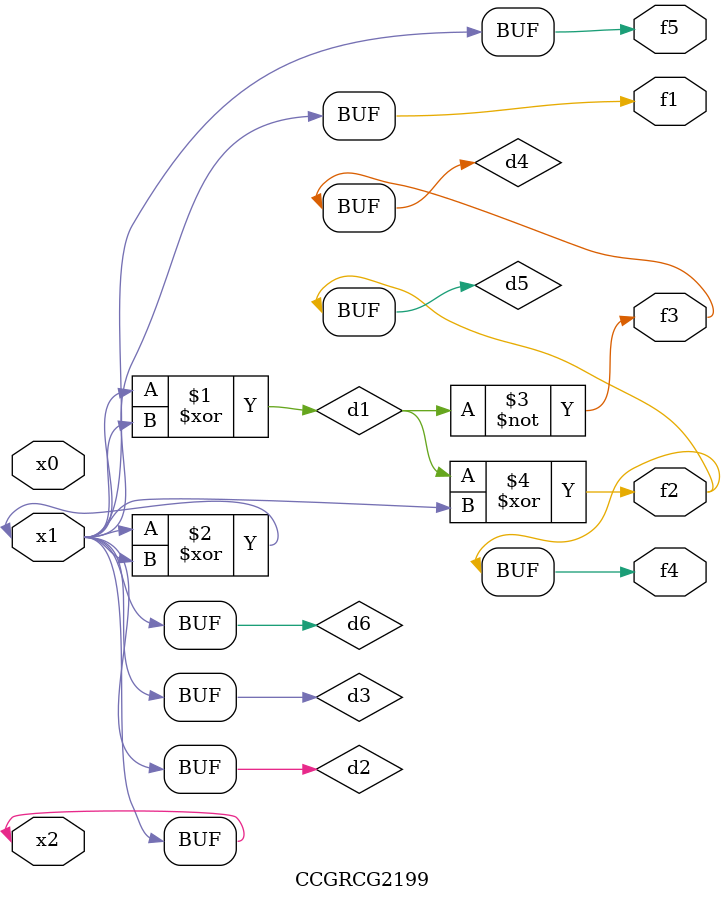
<source format=v>
module CCGRCG2199(
	input x0, x1, x2,
	output f1, f2, f3, f4, f5
);

	wire d1, d2, d3, d4, d5, d6;

	xor (d1, x1, x2);
	buf (d2, x1, x2);
	xor (d3, x1, x2);
	nor (d4, d1);
	xor (d5, d1, d2);
	buf (d6, d2, d3);
	assign f1 = d6;
	assign f2 = d5;
	assign f3 = d4;
	assign f4 = d5;
	assign f5 = d6;
endmodule

</source>
